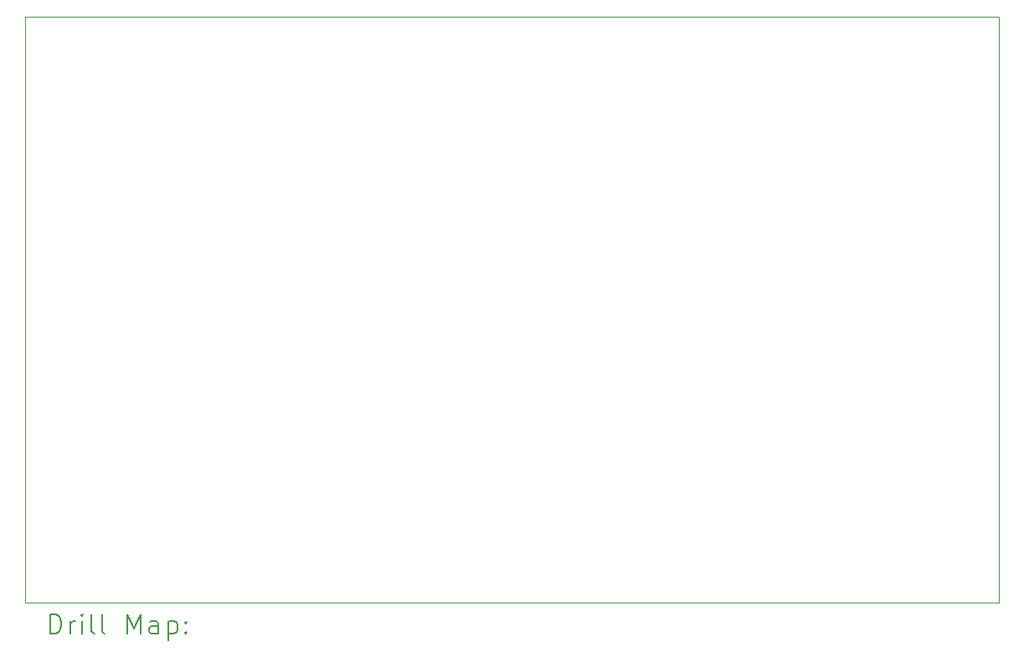
<source format=gbr>
%TF.GenerationSoftware,KiCad,Pcbnew,8.0.1*%
%TF.CreationDate,2024-04-25T16:48:08-05:00*%
%TF.ProjectId,C1,43312e6b-6963-4616-945f-706362585858,rev?*%
%TF.SameCoordinates,Original*%
%TF.FileFunction,Drillmap*%
%TF.FilePolarity,Positive*%
%FSLAX45Y45*%
G04 Gerber Fmt 4.5, Leading zero omitted, Abs format (unit mm)*
G04 Created by KiCad (PCBNEW 8.0.1) date 2024-04-25 16:48:08*
%MOMM*%
%LPD*%
G01*
G04 APERTURE LIST*
%ADD10C,0.100000*%
%ADD11C,0.200000*%
G04 APERTURE END LIST*
D10*
X7227900Y-4873400D02*
X17078528Y-4873400D01*
X17078528Y-10802928D01*
X7227900Y-10802928D01*
X7227900Y-4873400D01*
D11*
X7483677Y-11119411D02*
X7483677Y-10919411D01*
X7483677Y-10919411D02*
X7531296Y-10919411D01*
X7531296Y-10919411D02*
X7559867Y-10928935D01*
X7559867Y-10928935D02*
X7578915Y-10947983D01*
X7578915Y-10947983D02*
X7588439Y-10967030D01*
X7588439Y-10967030D02*
X7597962Y-11005126D01*
X7597962Y-11005126D02*
X7597962Y-11033697D01*
X7597962Y-11033697D02*
X7588439Y-11071792D01*
X7588439Y-11071792D02*
X7578915Y-11090840D01*
X7578915Y-11090840D02*
X7559867Y-11109888D01*
X7559867Y-11109888D02*
X7531296Y-11119411D01*
X7531296Y-11119411D02*
X7483677Y-11119411D01*
X7683677Y-11119411D02*
X7683677Y-10986078D01*
X7683677Y-11024173D02*
X7693201Y-11005126D01*
X7693201Y-11005126D02*
X7702724Y-10995602D01*
X7702724Y-10995602D02*
X7721772Y-10986078D01*
X7721772Y-10986078D02*
X7740820Y-10986078D01*
X7807486Y-11119411D02*
X7807486Y-10986078D01*
X7807486Y-10919411D02*
X7797962Y-10928935D01*
X7797962Y-10928935D02*
X7807486Y-10938459D01*
X7807486Y-10938459D02*
X7817010Y-10928935D01*
X7817010Y-10928935D02*
X7807486Y-10919411D01*
X7807486Y-10919411D02*
X7807486Y-10938459D01*
X7931296Y-11119411D02*
X7912248Y-11109888D01*
X7912248Y-11109888D02*
X7902724Y-11090840D01*
X7902724Y-11090840D02*
X7902724Y-10919411D01*
X8036058Y-11119411D02*
X8017010Y-11109888D01*
X8017010Y-11109888D02*
X8007486Y-11090840D01*
X8007486Y-11090840D02*
X8007486Y-10919411D01*
X8264629Y-11119411D02*
X8264629Y-10919411D01*
X8264629Y-10919411D02*
X8331296Y-11062268D01*
X8331296Y-11062268D02*
X8397963Y-10919411D01*
X8397963Y-10919411D02*
X8397963Y-11119411D01*
X8578915Y-11119411D02*
X8578915Y-11014649D01*
X8578915Y-11014649D02*
X8569391Y-10995602D01*
X8569391Y-10995602D02*
X8550344Y-10986078D01*
X8550344Y-10986078D02*
X8512248Y-10986078D01*
X8512248Y-10986078D02*
X8493201Y-10995602D01*
X8578915Y-11109888D02*
X8559867Y-11119411D01*
X8559867Y-11119411D02*
X8512248Y-11119411D01*
X8512248Y-11119411D02*
X8493201Y-11109888D01*
X8493201Y-11109888D02*
X8483677Y-11090840D01*
X8483677Y-11090840D02*
X8483677Y-11071792D01*
X8483677Y-11071792D02*
X8493201Y-11052745D01*
X8493201Y-11052745D02*
X8512248Y-11043221D01*
X8512248Y-11043221D02*
X8559867Y-11043221D01*
X8559867Y-11043221D02*
X8578915Y-11033697D01*
X8674153Y-10986078D02*
X8674153Y-11186078D01*
X8674153Y-10995602D02*
X8693201Y-10986078D01*
X8693201Y-10986078D02*
X8731296Y-10986078D01*
X8731296Y-10986078D02*
X8750344Y-10995602D01*
X8750344Y-10995602D02*
X8759867Y-11005126D01*
X8759867Y-11005126D02*
X8769391Y-11024173D01*
X8769391Y-11024173D02*
X8769391Y-11081316D01*
X8769391Y-11081316D02*
X8759867Y-11100364D01*
X8759867Y-11100364D02*
X8750344Y-11109888D01*
X8750344Y-11109888D02*
X8731296Y-11119411D01*
X8731296Y-11119411D02*
X8693201Y-11119411D01*
X8693201Y-11119411D02*
X8674153Y-11109888D01*
X8855105Y-11100364D02*
X8864629Y-11109888D01*
X8864629Y-11109888D02*
X8855105Y-11119411D01*
X8855105Y-11119411D02*
X8845582Y-11109888D01*
X8845582Y-11109888D02*
X8855105Y-11100364D01*
X8855105Y-11100364D02*
X8855105Y-11119411D01*
X8855105Y-10995602D02*
X8864629Y-11005126D01*
X8864629Y-11005126D02*
X8855105Y-11014649D01*
X8855105Y-11014649D02*
X8845582Y-11005126D01*
X8845582Y-11005126D02*
X8855105Y-10995602D01*
X8855105Y-10995602D02*
X8855105Y-11014649D01*
M02*

</source>
